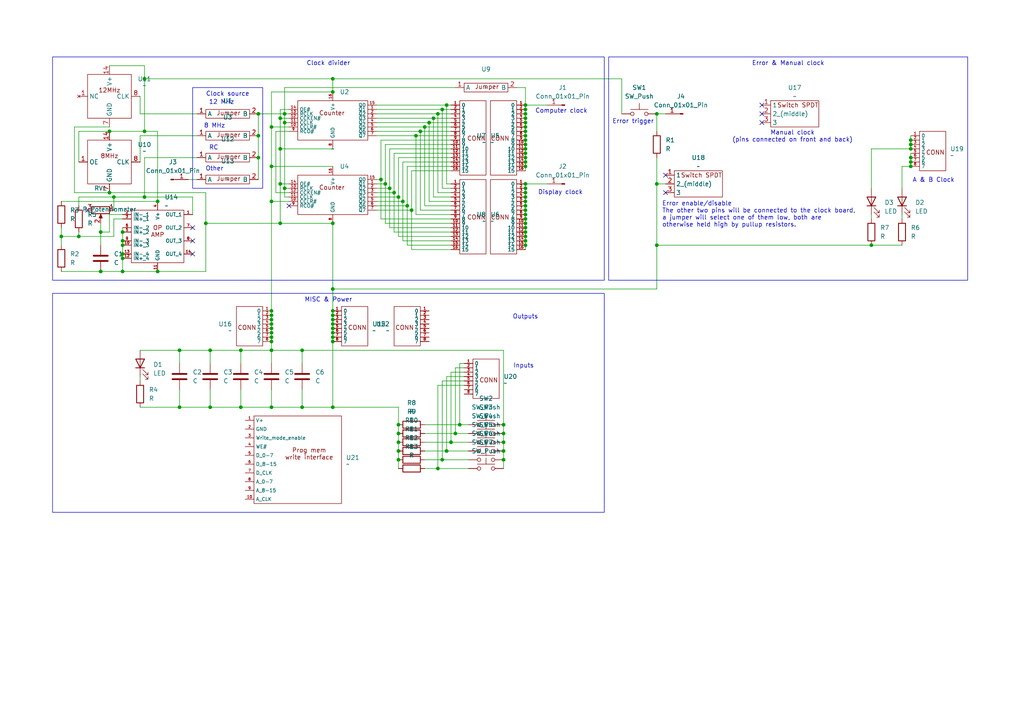
<source format=kicad_sch>
(kicad_sch (version 20231120) (generator "eeschema") (generator_version "8.0")
  (paper "A4")
  (lib_symbols
    (symbol "Connector:Conn_01x01_Pin" (pin_names (offset 1.016) hide)
      (property "Reference" "J" (at 0 2.54 0))
      (property "Value" "Conn_01x01_Pin" (at 0 -2.54 0))
      (symbol "Conn_01x01_Pin_1_1"
        (polyline (pts (xy 1.27 0) (xy 0.8636 0)) (stroke (width 0.1524)))
        (rectangle (start 0.8636 0.127) (end 0 -0.127) (stroke (width 0.1524)) (fill (type outline)))
        (pin passive line (at 5.08 0 180) (length 3.81) (name "Pin_1") (number "1"))
      )
    )
    (symbol "Device:C" (pin_numbers hide) (pin_names (offset 0.254))
      (property "Reference" "C" (at 0.635 2.54 0))
      (property "Value" "C" (at 0.635 -2.54 0))
      (symbol "C_0_1"
        (polyline (pts (xy -2.032 -0.762) (xy 2.032 -0.762)) (stroke (width 0.508)))
        (polyline (pts (xy -2.032 0.762) (xy 2.032 0.762)) (stroke (width 0.508)))
      )
      (symbol "C_1_1"
        (pin passive line (at 0 3.81 270) (length 2.794) (name "~") (number "1"))
        (pin passive line (at 0 -3.81 90) (length 2.794) (name "~") (number "2"))
      )
    )
    (symbol "Device:LED" (pin_numbers hide) (pin_names (offset 1.016) hide)
      (property "Reference" "D" (at 0 2.54 0))
      (property "Value" "LED" (at 0 -2.54 0))
      (symbol "LED_0_1"
        (polyline (pts (xy -1.27 -1.27) (xy -1.27 1.27)) (stroke (width 0.254)))
        (polyline (pts (xy -1.27 0) (xy 1.27 0)))
        (polyline (pts (xy 1.27 -1.27) (xy 1.27 1.27) (xy -1.27 0) (xy 1.27 -1.27)) (stroke (width 0.254)))
        (polyline (pts (xy -3.048 -0.762) (xy -4.572 -2.286) (xy -3.81 -2.286) (xy -4.572 -2.286) (xy -4.572 -1.524)))
        (polyline (pts (xy -1.778 -0.762) (xy -3.302 -2.286) (xy -2.54 -2.286) (xy -3.302 -2.286) (xy -3.302 -1.524)))
      )
      (symbol "LED_1_1"
        (pin passive line (at -3.81 0 0) (length 2.54) (name "K") (number "1"))
        (pin passive line (at 3.81 0 180) (length 2.54) (name "A") (number "2"))
      )
    )
    (symbol "Device:R" (pin_numbers hide) (pin_names (offset 0))
      (property "Reference" "R" (at 2.032 0 90))
      (property "Value" "R" (at 0 0 90))
      (symbol "R_0_1"
        (rectangle (start -1.016 -2.54) (end 1.016 2.54) (stroke (width 0.254)))
      )
      (symbol "R_1_1"
        (pin passive line (at 0 3.81 270) (length 1.27) (name "~") (number "1"))
        (pin passive line (at 0 -3.81 90) (length 1.27) (name "~") (number "2"))
      )
    )
    (symbol "Device:R_Potentiometer" (pin_names (offset 1.016) hide)
      (property "Reference" "RV" (at -4.445 0 90))
      (property "Value" "R_Potentiometer" (at -2.54 0 90))
      (symbol "R_Potentiometer_0_1"
        (polyline (pts (xy 2.54 0) (xy 1.524 0)))
        (polyline (pts (xy 1.143 0) (xy 2.286 0.508) (xy 2.286 -0.508) (xy 1.143 0)) (fill (type outline)))
        (rectangle (start 1.016 2.54) (end -1.016 -2.54) (stroke (width 0.254)))
      )
      (symbol "R_Potentiometer_1_1"
        (pin passive line (at 0 3.81 270) (length 1.27) (name "1") (number "1"))
        (pin passive line (at 3.81 0 180) (length 1.27) (name "2") (number "2"))
        (pin passive line (at 0 -3.81 90) (length 1.27) (name "3") (number "3"))
      )
    )
    (symbol "Switch:SW_Push" (pin_numbers hide) (pin_names (offset 1.016) hide)
      (property "Reference" "SW" (at 1.27 2.54 0))
      (property "Value" "SW_Push" (at 0 -1.524 0))
      (symbol "SW_Push_0_1"
        (circle (center -2.032 0) (radius 0.508))
        (polyline (pts (xy 0 1.27) (xy 0 3.048)))
        (polyline (pts (xy 2.54 1.27) (xy -2.54 1.27)))
        (circle (center 2.032 0) (radius 0.508))
        (pin passive line (at -5.08 0 0) (length 2.54) (name "1") (number "1"))
        (pin passive line (at 5.08 0 180) (length 2.54) (name "2") (number "2"))
      )
    )
    (symbol "custom_symbol_lib:8_bit_counter"
      (property "Reference" "U" (at 0 0.254 0))
      (symbol "8_bit_counter_0_1"
        (rectangle (start -10.16 6.35) (end 10.16 -5.08))
      )
      (symbol "8_bit_counter_1_1"
        (text "Counter" (at -0.254 2.794 0) (effects (font (size 1.27 1.27))))
        (pin output line (at 12.7 3.81 180) (length 2.54) (name "Q1") (number "1"))
        (pin input line (at -12.7 -1.27 0) (length 2.54) (name "CCLR#") (number "10"))
        (pin input line (at -12.7 0 0) (length 2.54) (name "CCLK") (number "11"))
        (pin input line (at -12.7 1.27 0) (length 2.54) (name "CCKEN#") (number "12"))
        (pin input line (at -12.7 2.54 0) (length 2.54) (name "RCLK") (number "13"))
        (pin input line (at -12.7 3.81 0) (length 2.54) (name "OE#") (number "14"))
        (pin output line (at 12.7 5.08 180) (length 2.54) (name "Q0") (number "15"))
        (pin power_in line (at 0 8.89 270) (length 2.54) (name "V+") (number "16"))
        (pin output line (at 12.7 2.54 180) (length 2.54) (name "Q2") (number "2"))
        (pin output line (at 12.7 1.27 180) (length 2.54) (name "Q3") (number "3"))
        (pin output line (at 12.7 0 180) (length 2.54) (name "Q4") (number "4"))
        (pin output line (at 12.7 -1.27 180) (length 2.54) (name "Q5") (number "5"))
        (pin output line (at 12.7 -2.54 180) (length 2.54) (name "Q6") (number "6"))
        (pin output line (at 12.7 -3.81 180) (length 2.54) (name "Q7") (number "7"))
        (pin power_in line (at 0 -7.62 90) (length 2.54) (name "GND") (number "8"))
        (pin output line (at -12.7 -2.54 0) (length 2.54) (name "RCO#") (number "9"))
      )
    )
    (symbol "custom_symbol_lib:OP_AMP_quad"
      (property "Reference" "U" (at -0.254 -2.54 0))
      (symbol "OP_AMP_quad_1_1"
        (rectangle (start -7.62 7.62) (end 7.62 -7.62))
        (text "OP\nAMP" (at 0 1.524 0) (effects (font (size 1.27 1.27))))
        (pin output line (at 10.16 6.35 180) (length 2.54) (name "OUT_1") (number "1"))
        (pin input line (at -10.16 -2.54 0) (length 2.54) (name "IN+_3") (number "10"))
        (pin power_in line (at 0 -10.16 90) (length 2.54) (name "GND") (number "11"))
        (pin input line (at -10.16 -6.35 0) (length 2.54) (name "IN+_4") (number "12"))
        (pin input line (at -10.16 -5.08 0) (length 2.54) (name "IN-_4") (number "13"))
        (pin output line (at 10.16 -5.08 180) (length 2.54) (name "OUT_4") (number "14"))
        (pin input line (at -10.16 6.35 0) (length 2.54) (name "IN-_1") (number "2"))
        (pin input line (at -10.16 5.08 0) (length 2.54) (name "IN+_1") (number "3"))
        (pin power_in line (at 0 10.16 270) (length 2.54) (name "V+") (number "4"))
        (pin input line (at -10.16 1.27 0) (length 2.54) (name "IN+_2") (number "5"))
        (pin input line (at -10.16 2.54 0) (length 2.54) (name "IN-_2") (number "6"))
        (pin output line (at 10.16 2.54 180) (length 2.54) (name "OUT_2") (number "7"))
        (pin output line (at 10.16 -1.27 180) (length 2.54) (name "OUT_3") (number "8"))
        (pin input line (at -10.16 -1.27 0) (length 2.54) (name "IN-_3") (number "9"))
      )
    )
    (symbol "custom_symbol_lib:clock_12_mhz"
      (property "Reference" "U" (at 0 0 0))
      (symbol "clock_12_mhz_0_1"
        (rectangle (start -6.35 6.35) (end 6.35 -6.35))
      )
      (symbol "clock_12_mhz_1_1"
        (text "12MHz" (at 0 1.778 0) (effects (font (size 1.27 1.27))))
        (pin no_connect line (at -8.89 0 0) (length 2.54) (name "NC") (number "1"))
        (pin power_in line (at 0 8.89 270) (length 2.54) (name "V+") (number "14"))
        (pin power_in line (at 0 -8.89 90) (length 2.54) (name "GND") (number "7"))
        (pin output line (at 8.89 0 180) (length 2.54) (name "CLK") (number "8"))
      )
    )
    (symbol "custom_symbol_lib:clock_8_mhz"
      (property "Reference" "U" (at 4.064 -4.064 0))
      (symbol "clock_8_mhz_0_1"
        (rectangle (start -6.35 6.35) (end 6.35 -6.35))
      )
      (symbol "clock_8_mhz_1_1"
        (text "8MHz" (at 0 1.778 0) (effects (font (size 1.27 1.27))))
        (pin input line (at -8.89 0 0) (length 2.54) (name "OE") (number "1"))
        (pin power_in line (at 0 8.89 270) (length 2.54) (name "V+") (number "14"))
        (pin power_in line (at 0 -8.89 90) (length 2.54) (name "GND") (number "7"))
        (pin output line (at 8.89 0 180) (length 2.54) (name "CLK") (number "8"))
      )
    )
    (symbol "custom_symbol_lib:connector_16_bit"
      (property "Reference" "U" (at 3.048 -2.032 0))
      (symbol "connector_16_bit_0_1"
        (rectangle (start -1.27 11.43) (end 6.35 -10.16))
      )
      (symbol "connector_16_bit_1_1"
        (text "CONN" (at 3.556 0.508 0) (effects (font (size 1.27 1.27))))
        (pin input line (at -3.81 10.16 0) (length 2.54) (name "0") (number "1"))
        (pin input line (at -3.81 -1.27 0) (length 2.54) (name "9") (number "10"))
        (pin input line (at -3.81 -2.54 0) (length 2.54) (name "10") (number "11"))
        (pin input line (at -3.81 -3.81 0) (length 2.54) (name "11") (number "12"))
        (pin input line (at -3.81 -5.08 0) (length 2.54) (name "12") (number "13"))
        (pin input line (at -3.81 -6.35 0) (length 2.54) (name "13") (number "14"))
        (pin input line (at -3.81 -7.62 0) (length 2.54) (name "14") (number "15"))
        (pin input line (at -3.81 -8.89 0) (length 2.54) (name "15") (number "16"))
        (pin input line (at -3.81 8.89 0) (length 2.54) (name "1") (number "2"))
        (pin input line (at -3.81 7.62 0) (length 2.54) (name "2") (number "3"))
        (pin input line (at -3.81 6.35 0) (length 2.54) (name "3") (number "4"))
        (pin input line (at -3.81 5.08 0) (length 2.54) (name "4") (number "5"))
        (pin input line (at -3.81 3.81 0) (length 2.54) (name "5") (number "6"))
        (pin input line (at -3.81 2.54 0) (length 2.54) (name "6") (number "7"))
        (pin input line (at -3.81 1.27 0) (length 2.54) (name "7") (number "8"))
        (pin input line (at -3.81 0 0) (length 2.54) (name "8") (number "9"))
      )
    )
    (symbol "custom_symbol_lib:connector_8_bit"
      (property "Reference" "U" (at 2.032 -2.032 0))
      (symbol "connector_8_bit_0_1"
        (rectangle (start -1.27 6.35) (end 6.35 -5.08))
      )
      (symbol "connector_8_bit_1_1"
        (text "CONN" (at 3.302 0.254 0) (effects (font (size 1.27 1.27))))
        (pin input line (at -3.81 5.08 0) (length 2.54) (name "0") (number "1"))
        (pin input line (at -3.81 3.81 0) (length 2.54) (name "1") (number "2"))
        (pin input line (at -3.81 2.54 0) (length 2.54) (name "2") (number "3"))
        (pin input line (at -3.81 1.27 0) (length 2.54) (name "3") (number "4"))
        (pin input line (at -3.81 0 0) (length 2.54) (name "4") (number "5"))
        (pin input line (at -3.81 -1.27 0) (length 2.54) (name "5") (number "6"))
        (pin input line (at -3.81 -2.54 0) (length 2.54) (name "6") (number "7"))
        (pin input line (at -3.81 -3.81 0) (length 2.54) (name "7") (number "8"))
      )
    )
    (symbol "custom_symbol_lib:jumper_simple"
      (property "Reference" "U" (at 7.366 -1.27 0))
      (symbol "jumper_simple_1_1"
        (rectangle (start -6.35 1.27) (end 6.35 -1.27))
        (text "Jumper" (at 0.254 0.254 0) (effects (font (size 1.27 1.27))))
        (pin bidirectional line (at -8.89 0 0) (length 2.54) (name "A") (number "1"))
        (pin bidirectional line (at 8.89 0 180) (length 2.54) (name "B") (number "2"))
      )
    )
    (symbol "custom_symbol_lib:prog_mem_interface_write"
      (property "Reference" "U" (at 2.794 -2.032 0))
      (symbol "prog_mem_interface_write_0_1"
        (rectangle (start -12.7 12.7) (end 12.7 -12.7))
      )
      (symbol "prog_mem_interface_write_1_1"
        (text "Prog mem\nwrite interface" (at 3.302 1.778 0) (effects (font (size 1.27 1.27))))
        (pin power_in line (at -15.24 11.43 0) (length 2.54) (name "V+") (number "1"))
        (pin input line (at -15.24 -11.43 0) (length 2.54) (name "A_CLK") (number "10"))
        (pin power_in line (at -15.24 8.89 0) (length 2.54) (name "GND") (number "2"))
        (pin input line (at -15.24 6.35 0) (length 2.54) (name "Write_mode_enable") (number "3"))
        (pin input line (at -15.24 3.81 0) (length 2.54) (name "WE#") (number "4"))
        (pin input line (at -15.24 1.27 0) (length 2.54) (name "D_0-7") (number "5"))
        (pin input line (at -15.24 -1.27 0) (length 2.54) (name "D_8-15") (number "6"))
        (pin input line (at -15.24 -3.81 0) (length 2.54) (name "D_CLK") (number "7"))
        (pin input line (at -15.24 -6.35 0) (length 2.54) (name "A_0-7") (number "8"))
        (pin input line (at -15.24 -8.89 0) (length 2.54) (name "A_8-15") (number "9"))
      )
    )
    (symbol "custom_symbol_lib:switch_SPDT"
      (property "Reference" "U" (at 0.508 -2.54 0))
      (symbol "switch_SPDT_0_1"
        (rectangle (start -6.35 3.81) (end 7.62 -3.81))
      )
      (symbol "switch_SPDT_1_1"
        (text "Switch SPDT" (at -0.254 2.54 0) (effects (font (size 1.27 1.27))))
        (pin bidirectional line (at 10.16 2.54 180) (length 2.54) (name "1") (number "1"))
        (pin output line (at 10.16 0 180) (length 2.54) (name "2_(middle)") (number "2"))
        (pin bidirectional line (at 10.16 -2.54 180) (length 2.54) (name "3") (number "3"))
      )
    )
  )
  (junction (at 60.96 101.6))
  (junction (at 152.4 57.15))
  (junction (at 59.69 64.77))
  (junction (at 29.21 78.74))
  (junction (at 35.56 69.85))
  (junction (at 45.72 78.74))
  (junction (at 113.03 54.61))
  (junction (at 74.93 45.72))
  (junction (at 35.56 67.31))
  (junction (at 78.74 97.79))
  (junction (at 129.54 30.48))
  (junction (at 264.16 48.26))
  (junction (at 78.74 101.6))
  (junction (at 152.4 60.96))
  (junction (at 52.07 101.6))
  (junction (at 252.73 71.12))
  (junction (at 146.05 133.35))
  (junction (at 152.4 36.83))
  (junction (at 82.55 33.02))
  (junction (at 264.16 41.91))
  (junction (at 123.19 36.83))
  (junction (at 41.91 38.1))
  (junction (at 41.91 57.15))
  (junction (at 152.4 59.69))
  (junction (at 110.49 52.07))
  (junction (at 96.52 22.86))
  (junction (at 45.72 58.42))
  (junction (at 82.55 54.61))
  (junction (at 152.4 64.77))
  (junction (at 78.74 96.52))
  (junction (at 119.38 60.96))
  (junction (at 96.52 95.25))
  (junction (at 190.5 53.34))
  (junction (at 115.57 57.15))
  (junction (at 190.5 33.02))
  (junction (at 74.93 33.02))
  (junction (at 115.57 123.19))
  (junction (at 81.28 53.34))
  (junction (at 96.52 91.44))
  (junction (at 152.4 41.91))
  (junction (at 82.55 35.56))
  (junction (at 35.56 74.93))
  (junction (at 152.4 58.42))
  (junction (at 78.74 99.06))
  (junction (at 152.4 38.1))
  (junction (at 96.52 97.79))
  (junction (at 152.4 67.31))
  (junction (at 152.4 31.75))
  (junction (at 78.74 118.11))
  (junction (at 41.91 22.86))
  (junction (at 152.4 62.23))
  (junction (at 132.08 125.73))
  (junction (at 78.74 90.17))
  (junction (at 152.4 44.45))
  (junction (at 133.35 123.19))
  (junction (at 22.86 68.58))
  (junction (at 78.74 58.42))
  (junction (at 152.4 33.02))
  (junction (at 78.74 36.83))
  (junction (at 78.74 95.25))
  (junction (at 152.4 34.29))
  (junction (at 152.4 45.72))
  (junction (at 60.96 118.11))
  (junction (at 152.4 35.56))
  (junction (at 152.4 68.58))
  (junction (at 146.05 125.73))
  (junction (at 152.4 54.61))
  (junction (at 35.56 78.74))
  (junction (at 190.5 71.12))
  (junction (at 120.65 39.37))
  (junction (at 146.05 130.81))
  (junction (at 264.16 43.18))
  (junction (at 78.74 92.71))
  (junction (at 29.21 67.31))
  (junction (at 78.74 93.98))
  (junction (at 129.54 130.81))
  (junction (at 96.52 90.17))
  (junction (at 96.52 118.11))
  (junction (at 152.4 69.85))
  (junction (at 152.4 63.5))
  (junction (at 87.63 118.11))
  (junction (at 114.3 55.88))
  (junction (at 264.16 45.72))
  (junction (at 31.75 38.1))
  (junction (at 152.4 66.04))
  (junction (at 87.63 101.6))
  (junction (at 128.27 133.35))
  (junction (at 125.73 34.29))
  (junction (at 264.16 46.99))
  (junction (at 152.4 55.88))
  (junction (at 96.52 93.98))
  (junction (at 96.52 92.71))
  (junction (at 74.93 39.37))
  (junction (at 17.78 68.58))
  (junction (at 115.57 125.73))
  (junction (at 115.57 133.35))
  (junction (at 81.28 64.77))
  (junction (at 69.85 118.11))
  (junction (at 152.4 48.26))
  (junction (at 121.92 38.1))
  (junction (at 118.11 59.69))
  (junction (at 69.85 101.6))
  (junction (at 152.4 71.12))
  (junction (at 127 135.89))
  (junction (at 96.52 99.06))
  (junction (at 96.52 96.52))
  (junction (at 127 33.02))
  (junction (at 96.52 26.67))
  (junction (at 78.74 48.26))
  (junction (at 31.75 55.88))
  (junction (at 115.57 130.81))
  (junction (at 96.52 64.77))
  (junction (at 35.56 73.66))
  (junction (at 152.4 46.99))
  (junction (at 152.4 43.18))
  (junction (at 78.74 91.44))
  (junction (at 96.52 83.82))
  (junction (at 81.28 43.18))
  (junction (at 152.4 30.48))
  (junction (at 124.46 35.56))
  (junction (at 152.4 39.37))
  (junction (at 81.28 34.29))
  (junction (at 146.05 128.27))
  (junction (at 152.4 53.34))
  (junction (at 35.56 71.12))
  (junction (at 115.57 128.27))
  (junction (at 130.81 128.27))
  (junction (at 128.27 31.75))
  (junction (at 33.02 57.15))
  (junction (at 264.16 40.64))
  (junction (at 111.76 53.34))
  (junction (at 52.07 118.11))
  (junction (at 152.4 40.64))
  (junction (at 146.05 123.19))
  (junction (at 116.84 58.42))
  (no_connect (at 55.88 73.66))
  (no_connect (at 55.88 66.04))
  (no_connect (at 193.04 50.8))
  (no_connect (at 220.98 35.56))
  (no_connect (at 55.88 69.85))
  (no_connect (at 220.98 30.48))
  (no_connect (at 83.82 59.69))
  (no_connect (at 25.4 60.96))
  (no_connect (at 193.04 55.88))
  (no_connect (at 220.98 33.02))
  (wire (pts (xy 69.85 118.11) (xy 78.74 118.11)))
  (wire (pts (xy 60.96 118.11) (xy 69.85 118.11)))
  (wire (pts (xy 78.74 26.67) (xy 96.52 26.67)))
  (wire (pts (xy 130.81 45.72) (xy 115.57 45.72)))
  (wire (pts (xy 152.4 60.96) (xy 152.4 62.23)))
  (wire (pts (xy 41.91 19.05) (xy 31.75 19.05)))
  (wire (pts (xy 123.19 135.89) (xy 127 135.89)))
  (wire (pts (xy 130.81 58.42) (xy 124.46 58.42)))
  (wire (pts (xy 96.52 64.77) (xy 96.52 83.82)))
  (wire (pts (xy 31.75 36.83) (xy 21.59 36.83)))
  (wire (pts (xy 120.65 39.37) (xy 130.81 39.37)))
  (wire (pts (xy 152.4 59.69) (xy 152.4 60.96)))
  (wire (pts (xy 111.76 53.34) (xy 111.76 64.77)))
  (wire (pts (xy 78.74 113.03) (xy 78.74 118.11)))
  (wire (pts (xy 130.81 48.26) (xy 118.11 48.26)))
  (wire (pts (xy 22.86 67.31) (xy 22.86 68.58)))
  (wire (pts (xy 40.64 39.37) (xy 40.64 46.99)))
  (wire (pts (xy 261.62 62.23) (xy 261.62 63.5)))
  (wire (pts (xy 128.27 110.49) (xy 134.62 110.49)))
  (wire (pts (xy 118.11 71.12) (xy 118.11 59.69)))
  (wire (pts (xy 80.01 38.1) (xy 80.01 55.88)))
  (wire (pts (xy 152.4 44.45) (xy 152.4 45.72)))
  (wire (pts (xy 130.81 40.64) (xy 110.49 40.64)))
  (wire (pts (xy 123.19 128.27) (xy 130.81 128.27)))
  (wire (pts (xy 135.89 135.89) (xy 127 135.89)))
  (wire (pts (xy 115.57 130.81) (xy 115.57 128.27)))
  (wire (pts (xy 31.75 55.88) (xy 59.69 55.88)))
  (wire (pts (xy 129.54 53.34) (xy 129.54 30.48)))
  (wire (pts (xy 80.01 55.88) (xy 83.82 55.88)))
  (wire (pts (xy 22.86 57.15) (xy 33.02 57.15)))
  (wire (pts (xy 114.3 55.88) (xy 114.3 67.31)))
  (wire (pts (xy 116.84 58.42) (xy 116.84 46.99)))
  (wire (pts (xy 78.74 95.25) (xy 78.74 96.52)))
  (wire (pts (xy 96.52 43.18) (xy 81.28 43.18)))
  (wire (pts (xy 130.81 53.34) (xy 129.54 53.34)))
  (wire (pts (xy 118.11 48.26) (xy 118.11 59.69)))
  (wire (pts (xy 132.08 106.68) (xy 134.62 106.68)))
  (wire (pts (xy 35.56 78.74) (xy 45.72 78.74)))
  (wire (pts (xy 152.4 40.64) (xy 152.4 41.91)))
  (wire (pts (xy 82.55 35.56) (xy 83.82 35.56)))
  (wire (pts (xy 152.4 45.72) (xy 152.4 46.99)))
  (wire (pts (xy 109.22 38.1) (xy 121.92 38.1)))
  (wire (pts (xy 41.91 57.15) (xy 55.88 57.15)))
  (wire (pts (xy 146.05 133.35) (xy 146.05 130.81)))
  (wire (pts (xy 109.22 36.83) (xy 123.19 36.83)))
  (wire (pts (xy 83.82 58.42) (xy 78.74 58.42)))
  (wire (pts (xy 57.15 39.37) (xy 40.64 39.37)))
  (wire (pts (xy 74.93 33.02) (xy 74.93 39.37)))
  (wire (pts (xy 127 55.88) (xy 127 33.02)))
  (wire (pts (xy 124.46 35.56) (xy 130.81 35.56)))
  (wire (pts (xy 59.69 64.77) (xy 59.69 78.74)))
  (wire (pts (xy 152.4 25.4) (xy 149.86 25.4)))
  (wire (pts (xy 120.65 62.23) (xy 130.81 62.23)))
  (wire (pts (xy 96.52 83.82) (xy 190.5 83.82)))
  (wire (pts (xy 135.89 123.19) (xy 133.35 123.19)))
  (wire (pts (xy 78.74 58.42) (xy 78.74 48.26)))
  (wire (pts (xy 96.52 99.06) (xy 96.52 118.11)))
  (wire (pts (xy 116.84 58.42) (xy 116.84 69.85)))
  (wire (pts (xy 115.57 45.72) (xy 115.57 57.15)))
  (wire (pts (xy 180.34 33.02) (xy 180.34 22.86)))
  (wire (pts (xy 74.93 39.37) (xy 74.93 45.72)))
  (wire (pts (xy 116.84 46.99) (xy 130.81 46.99)))
  (wire (pts (xy 264.16 40.64) (xy 264.16 41.91)))
  (wire (pts (xy 111.76 53.34) (xy 111.76 41.91)))
  (wire (pts (xy 114.3 44.45) (xy 130.81 44.45)))
  (wire (pts (xy 119.38 60.96) (xy 119.38 49.53)))
  (wire (pts (xy 35.56 66.04) (xy 35.56 67.31)))
  (wire (pts (xy 109.22 58.42) (xy 116.84 58.42)))
  (wire (pts (xy 35.56 73.66) (xy 35.56 74.93)))
  (wire (pts (xy 81.28 53.34) (xy 83.82 53.34)))
  (wire (pts (xy 190.5 71.12) (xy 190.5 83.82)))
  (wire (pts (xy 130.81 63.5) (xy 110.49 63.5)))
  (wire (pts (xy 57.15 33.02) (xy 40.64 33.02)))
  (wire (pts (xy 190.5 53.34) (xy 190.5 71.12)))
  (wire (pts (xy 41.91 22.86) (xy 96.52 22.86)))
  (wire (pts (xy 115.57 57.15) (xy 109.22 57.15)))
  (wire (pts (xy 152.4 30.48) (xy 152.4 31.75)))
  (wire (pts (xy 109.22 33.02) (xy 127 33.02)))
  (wire (pts (xy 78.74 99.06) (xy 78.74 101.6)))
  (wire (pts (xy 152.4 57.15) (xy 152.4 58.42)))
  (wire (pts (xy 111.76 41.91) (xy 130.81 41.91)))
  (wire (pts (xy 123.19 130.81) (xy 129.54 130.81)))
  (wire (pts (xy 41.91 22.86) (xy 41.91 19.05)))
  (wire (pts (xy 264.16 46.99) (xy 264.16 48.26)))
  (wire (pts (xy 152.4 35.56) (xy 152.4 36.83)))
  (wire (pts (xy 96.52 99.06) (xy 96.52 97.79)))
  (wire (pts (xy 78.74 92.71) (xy 78.74 91.44)))
  (wire (pts (xy 146.05 135.89) (xy 146.05 133.35)))
  (wire (pts (xy 35.56 63.5) (xy 33.02 63.5)))
  (wire (pts (xy 83.82 33.02) (xy 82.55 33.02)))
  (wire (pts (xy 83.82 54.61) (xy 82.55 54.61)))
  (wire (pts (xy 60.96 101.6) (xy 60.96 105.41)))
  (wire (pts (xy 35.56 71.12) (xy 35.56 73.66)))
  (wire (pts (xy 125.73 57.15) (xy 130.81 57.15)))
  (wire (pts (xy 127 111.76) (xy 134.62 111.76)))
  (wire (pts (xy 261.62 48.26) (xy 264.16 48.26)))
  (wire (pts (xy 78.74 101.6) (xy 78.74 105.41)))
  (wire (pts (xy 113.03 54.61) (xy 109.22 54.61)))
  (wire (pts (xy 96.52 118.11) (xy 87.63 118.11)))
  (wire (pts (xy 252.73 71.12) (xy 261.62 71.12)))
  (wire (pts (xy 264.16 41.91) (xy 264.16 43.18)))
  (wire (pts (xy 152.4 34.29) (xy 152.4 35.56)))
  (wire (pts (xy 130.81 60.96) (xy 121.92 60.96)))
  (wire (pts (xy 124.46 58.42) (xy 124.46 35.56)))
  (wire (pts (xy 17.78 58.42) (xy 45.72 58.42)))
  (wire (pts (xy 252.73 43.18) (xy 264.16 43.18)))
  (wire (pts (xy 109.22 60.96) (xy 119.38 60.96)))
  (wire (pts (xy 96.52 90.17) (xy 96.52 91.44)))
  (wire (pts (xy 110.49 63.5) (xy 110.49 52.07)))
  (wire (pts (xy 113.03 43.18) (xy 113.03 54.61)))
  (wire (pts (xy 129.54 109.22) (xy 129.54 130.81)))
  (wire (pts (xy 87.63 105.41) (xy 87.63 101.6)))
  (wire (pts (xy 17.78 78.74) (xy 29.21 78.74)))
  (wire (pts (xy 21.59 55.88) (xy 31.75 55.88)))
  (wire (pts (xy 109.22 35.56) (xy 124.46 35.56)))
  (wire (pts (xy 190.5 45.72) (xy 190.5 53.34)))
  (wire (pts (xy 121.92 38.1) (xy 130.81 38.1)))
  (wire (pts (xy 59.69 55.88) (xy 59.69 64.77)))
  (wire (pts (xy 119.38 49.53) (xy 130.81 49.53)))
  (wire (pts (xy 52.07 118.11) (xy 60.96 118.11)))
  (wire (pts (xy 22.86 68.58) (xy 17.78 68.58)))
  (wire (pts (xy 22.86 68.58) (xy 33.02 68.58)))
  (wire (pts (xy 31.75 38.1) (xy 41.91 38.1)))
  (wire (pts (xy 110.49 40.64) (xy 110.49 52.07)))
  (wire (pts (xy 133.35 105.41) (xy 134.62 105.41)))
  (wire (pts (xy 130.81 55.88) (xy 127 55.88)))
  (wire (pts (xy 129.54 109.22) (xy 134.62 109.22)))
  (wire (pts (xy 152.4 55.88) (xy 152.4 57.15)))
  (wire (pts (xy 127 135.89) (xy 127 111.76)))
  (wire (pts (xy 69.85 101.6) (xy 69.85 105.41)))
  (wire (pts (xy 190.5 33.02) (xy 193.04 33.02)))
  (wire (pts (xy 158.75 30.48) (xy 152.4 30.48)))
  (wire (pts (xy 146.05 130.81) (xy 146.05 128.27)))
  (wire (pts (xy 130.81 66.04) (xy 113.03 66.04)))
  (wire (pts (xy 120.65 39.37) (xy 120.65 62.23)))
  (wire (pts (xy 115.57 68.58) (xy 115.57 57.15)))
  (wire (pts (xy 135.89 133.35) (xy 128.27 133.35)))
  (wire (pts (xy 96.52 92.71) (xy 96.52 93.98)))
  (wire (pts (xy 78.74 118.11) (xy 87.63 118.11)))
  (wire (pts (xy 82.55 33.02) (xy 82.55 35.56)))
  (wire (pts (xy 78.74 48.26) (xy 78.74 36.83)))
  (wire (pts (xy 74.93 45.72) (xy 74.93 52.07)))
  (wire (pts (xy 123.19 59.69) (xy 130.81 59.69)))
  (wire (pts (xy 123.19 36.83) (xy 130.81 36.83)))
  (wire (pts (xy 74.93 33.02) (xy 82.55 33.02)))
  (wire (pts (xy 82.55 54.61) (xy 82.55 57.15)))
  (wire (pts (xy 52.07 113.03) (xy 52.07 118.11)))
  (wire (pts (xy 125.73 34.29) (xy 125.73 57.15)))
  (wire (pts (xy 81.28 31.75) (xy 81.28 34.29)))
  (wire (pts (xy 152.4 38.1) (xy 152.4 39.37)))
  (wire (pts (xy 152.4 68.58) (xy 152.4 69.85)))
  (wire (pts (xy 190.5 53.34) (xy 193.04 53.34)))
  (wire (pts (xy 113.03 66.04) (xy 113.03 54.61)))
  (wire (pts (xy 78.74 36.83) (xy 83.82 36.83)))
  (wire (pts (xy 152.4 46.99) (xy 152.4 48.26)))
  (wire (pts (xy 35.56 67.31) (xy 35.56 69.85)))
  (wire (pts (xy 152.4 54.61) (xy 152.4 55.88)))
  (wire (pts (xy 114.3 55.88) (xy 114.3 44.45)))
  (wire (pts (xy 115.57 133.35) (xy 115.57 130.81)))
  (wire (pts (xy 128.27 54.61) (xy 130.81 54.61)))
  (wire (pts (xy 118.11 59.69) (xy 109.22 59.69)))
  (wire (pts (xy 127 33.02) (xy 130.81 33.02)))
  (wire (pts (xy 252.73 62.23) (xy 252.73 63.5)))
  (wire (pts (xy 132.08 25.4) (xy 82.55 25.4)))
  (wire (pts (xy 81.28 53.34) (xy 81.28 64.77)))
  (wire (pts (xy 130.81 107.95) (xy 134.62 107.95)))
  (wire (pts (xy 152.4 58.42) (xy 152.4 59.69)))
  (wire (pts (xy 130.81 43.18) (xy 113.03 43.18)))
  (wire (pts (xy 180.34 22.86) (xy 96.52 22.86)))
  (wire (pts (xy 41.91 38.1) (xy 41.91 22.86)))
  (wire (pts (xy 152.4 63.5) (xy 152.4 64.77)))
  (wire (pts (xy 60.96 101.6) (xy 52.07 101.6)))
  (wire (pts (xy 132.08 125.73) (xy 135.89 125.73)))
  (wire (pts (xy 54.61 52.07) (xy 57.15 52.07)))
  (wire (pts (xy 123.19 125.73) (xy 132.08 125.73)))
  (wire (pts (xy 152.4 30.48) (xy 152.4 25.4)))
  (wire (pts (xy 45.72 38.1) (xy 41.91 38.1)))
  (wire (pts (xy 78.74 93.98) (xy 78.74 95.25)))
  (wire (pts (xy 96.52 96.52) (xy 96.52 97.79)))
  (wire (pts (xy 83.82 38.1) (xy 80.01 38.1)))
  (wire (pts (xy 81.28 43.18) (xy 81.28 53.34)))
  (wire (pts (xy 121.92 60.96) (xy 121.92 38.1)))
  (wire (pts (xy 31.75 62.23) (xy 31.75 67.31)))
  (wire (pts (xy 52.07 101.6) (xy 52.07 105.41)))
  (wire (pts (xy 130.81 128.27) (xy 130.81 107.95)))
  (wire (pts (xy 96.52 93.98) (xy 96.52 95.25)))
  (wire (pts (xy 119.38 60.96) (xy 119.38 72.39)))
  (wire (pts (xy 35.56 69.85) (xy 35.56 71.12)))
  (wire (pts (xy 129.54 30.48) (xy 130.81 30.48)))
  (wire (pts (xy 152.4 66.04) (xy 152.4 67.31)))
  (wire (pts (xy 111.76 64.77) (xy 130.81 64.77)))
  (wire (pts (xy 123.19 133.35) (xy 128.27 133.35)))
  (wire (pts (xy 152.4 31.75) (xy 152.4 33.02)))
  (wire (pts (xy 133.35 123.19) (xy 133.35 105.41)))
  (wire (pts (xy 115.57 128.27) (xy 115.57 125.73)))
  (wire (pts (xy 109.22 31.75) (xy 128.27 31.75)))
  (wire (pts (xy 78.74 93.98) (xy 78.74 92.71)))
  (wire (pts (xy 33.02 63.5) (xy 33.02 68.58)))
  (wire (pts (xy 45.72 78.74) (xy 59.69 78.74)))
  (wire (pts (xy 78.74 91.44) (xy 78.74 90.17)))
  (wire (pts (xy 252.73 54.61) (xy 252.73 43.18)))
  (wire (pts (xy 109.22 39.37) (xy 120.65 39.37)))
  (wire (pts (xy 152.4 48.26) (xy 152.4 49.53)))
  (wire (pts (xy 96.52 96.52) (xy 96.52 95.25)))
  (wire (pts (xy 132.08 106.68) (xy 132.08 125.73)))
  (wire (pts (xy 128.27 31.75) (xy 128.27 54.61)))
  (wire (pts (xy 33.02 57.15) (xy 33.02 60.96)))
  (wire (pts (xy 146.05 123.19) (xy 146.05 101.6)))
  (wire (pts (xy 96.52 91.44) (xy 96.52 92.71)))
  (wire (pts (xy 152.4 33.02) (xy 152.4 34.29)))
  (wire (pts (xy 41.91 45.72) (xy 41.91 57.15)))
  (wire (pts (xy 45.72 58.42) (xy 45.72 38.1)))
  (wire (pts (xy 152.4 41.91) (xy 152.4 43.18)))
  (wire (pts (xy 115.57 125.73) (xy 115.57 123.19)))
  (wire (pts (xy 123.19 36.83) (xy 123.19 59.69)))
  (wire (pts (xy 264.16 45.72) (xy 264.16 46.99)))
  (wire (pts (xy 69.85 101.6) (xy 60.96 101.6)))
  (wire (pts (xy 152.4 36.83) (xy 152.4 38.1)))
  (wire (pts (xy 96.52 22.86) (xy 96.52 26.67)))
  (wire (pts (xy 152.4 53.34) (xy 152.4 54.61)))
  (wire (pts (xy 152.4 69.85) (xy 152.4 71.12)))
  (wire (pts (xy 78.74 58.42) (xy 78.74 90.17)))
  (wire (pts (xy 22.86 46.99) (xy 22.86 38.1)))
  (wire (pts (xy 78.74 99.06) (xy 78.74 97.79)))
  (wire (pts (xy 78.74 101.6) (xy 87.63 101.6)))
  (wire (pts (xy 152.4 62.23) (xy 152.4 63.5)))
  (wire (pts (xy 40.64 109.22) (xy 40.64 110.49)))
  (wire (pts (xy 81.28 64.77) (xy 96.52 64.77)))
  (wire (pts (xy 115.57 123.19) (xy 115.57 118.11)))
  (wire (pts (xy 146.05 128.27) (xy 146.05 125.73)))
  (wire (pts (xy 78.74 48.26) (xy 96.52 48.26)))
  (wire (pts (xy 152.4 43.18) (xy 152.4 44.45)))
  (wire (pts (xy 21.59 36.83) (xy 21.59 55.88)))
  (wire (pts (xy 119.38 72.39) (xy 130.81 72.39)))
  (wire (pts (xy 82.55 25.4) (xy 82.55 33.02)))
  (wire (pts (xy 130.81 71.12) (xy 118.11 71.12)))
  (wire (pts (xy 152.4 71.12) (xy 152.4 72.39)))
  (wire (pts (xy 152.4 64.77) (xy 152.4 66.04)))
  (wire (pts (xy 116.84 69.85) (xy 130.81 69.85)))
  (wire (pts (xy 115.57 135.89) (xy 115.57 133.35)))
  (wire (pts (xy 261.62 54.61) (xy 261.62 48.26)))
  (wire (pts (xy 123.19 123.19) (xy 133.35 123.19)))
  (wire (pts (xy 82.55 35.56) (xy 82.55 54.61)))
  (wire (pts (xy 55.88 62.23) (xy 55.88 57.15)))
  (wire (pts (xy 69.85 113.03) (xy 69.85 118.11)))
  (wire (pts (xy 83.82 31.75) (xy 81.28 31.75)))
  (wire (pts (xy 135.89 128.27) (xy 130.81 128.27)))
  (wire (pts (xy 82.55 57.15) (xy 83.82 57.15)))
  (wire (pts (xy 81.28 34.29) (xy 83.82 34.29)))
  (wire (pts (xy 115.57 118.11) (xy 96.52 118.11)))
  (wire (pts (xy 152.4 39.37) (xy 152.4 40.64)))
  (wire (pts (xy 22.86 57.15) (xy 22.86 59.69)))
  (wire (pts (xy 264.16 44.45) (xy 264.16 45.72)))
  (wire (pts (xy 114.3 67.31) (xy 130.81 67.31)))
  (wire (pts (xy 17.78 68.58) (xy 17.78 71.12)))
  (wire (pts (xy 29.21 78.74) (xy 35.56 78.74)))
  (wire (pts (xy 125.73 34.29) (xy 130.81 34.29)))
  (wire (pts (xy 96.52 83.82) (xy 96.52 90.17)))
  (wire (pts (xy 22.86 38.1) (xy 31.75 38.1)))
  (wire (pts (xy 78.74 36.83) (xy 78.74 26.67)))
  (wire (pts (xy 87.63 118.11) (xy 87.63 113.03)))
  (wire (pts (xy 29.21 64.77) (xy 29.21 67.31)))
  (wire (pts (xy 17.78 66.04) (xy 17.78 68.58)))
  (wire (pts (xy 190.5 33.02) (xy 190.5 38.1)))
  (wire (pts (xy 35.56 74.93) (xy 35.56 78.74)))
  (wire (pts (xy 128.27 133.35) (xy 128.27 110.49)))
  (wire (pts (xy 128.27 31.75) (xy 130.81 31.75)))
  (wire (pts (xy 78.74 97.79) (xy 78.74 96.52)))
  (wire (pts (xy 40.64 118.11) (xy 52.07 118.11)))
  (wire (pts (xy 57.15 45.72) (xy 41.91 45.72)))
  (wire (pts (xy 33.02 57.15) (xy 41.91 57.15)))
  (wire (pts (xy 146.05 125.73) (xy 146.05 123.19)))
  (wire (pts (xy 40.64 33.02) (xy 40.64 27.94)))
  (wire (pts (xy 190.5 71.12) (xy 252.73 71.12)))
  (wire (pts (xy 81.28 34.29) (xy 81.28 43.18)))
  (wire (pts (xy 78.74 101.6) (xy 69.85 101.6)))
  (wire (pts (xy 35.56 62.23) (xy 31.75 62.23)))
  (wire (pts (xy 264.16 39.37) (xy 264.16 40.64)))
  (wire (pts (xy 109.22 30.48) (xy 129.54 30.48)))
  (wire (pts (xy 60.96 113.03) (xy 60.96 118.11)))
  (wire (pts (xy 109.22 34.29) (xy 125.73 34.29)))
  (wire (pts (xy 109.22 55.88) (xy 114.3 55.88)))
  (wire (pts (xy 110.49 52.07) (xy 109.22 52.07)))
  (wire (pts (xy 129.54 130.81) (xy 135.89 130.81)))
  (wire (pts (xy 146.05 101.6) (xy 87.63 101.6)))
  (wire (pts (xy 158.75 53.34) (xy 152.4 53.34)))
  (wire (pts (xy 152.4 67.31) (xy 152.4 68.58)))
  (wire (pts (xy 29.21 67.31) (xy 29.21 71.12)))
  (wire (pts (xy 31.75 67.31) (xy 29.21 67.31)))
  (wire (pts (xy 130.81 68.58) (xy 115.57 68.58)))
  (wire (pts (xy 52.07 101.6) (xy 40.64 101.6)))
  (wire (pts (xy 59.69 64.77) (xy 81.28 64.77)))
  (wire (pts (xy 109.22 53.34) (xy 111.76 53.34)))
  (text_box "Error & Manual clock" (at 176.53 16.51 0) (size 104.14 64.77) (effects (font (size 1.27 1.27)) (justify top)))
  (text_box "MISC & Power" (at 15.24 85.09 0) (size 160.02 63.5) (effects (font (size 1.27 1.27)) (justify top)))
  (text_box "Clock divider" (at 15.24 16.51 0) (size 160.02 64.77) (effects (font (size 1.27 1.27)) (justify top)))
  (text_box "Clock source" (at 55.88 25.4 0) (size 20.32 29.21) (effects (font (size 1.27 1.27)) (justify top)))
  (text "Outputs" (at 152.4 91.948 0) (effects (font (size 1.27 1.27))))
  (text "12 MHz" (at 64.262 29.718 0) (effects (font (size 1.27 1.27))))
  (text "Error enable/disable\nThe other two pins will be connected to the clock board,\na jumper will select one of them low, both are\notherwise held high by pullup resistors." (at 192.024 62.23 0) (effects (font (size 1.27 1.27)) (justify left)))
  (text "Other" (at 62.23 49.022 0) (effects (font (size 1.27 1.27))))
  (text "Display clock" (at 162.56 55.88 0) (effects (font (size 1.27 1.27))))
  (text "Computer clock" (at 162.814 32.258 0) (effects (font (size 1.27 1.27))))
  (text "8 MHz" (at 62.23 36.576 0) (effects (font (size 1.27 1.27))))
  (text "Manual clock\n(pins connected on front and back)" (at 229.87 39.624 0) (effects (font (size 1.27 1.27))))
  (text "Error trigger" (at 183.642 35.306 0) (effects (font (size 1.27 1.27))))
  (text "Inputs" (at 151.892 106.172 0) (effects (font (size 1.27 1.27))))
  (text "A & B Clock" (at 270.764 52.324 0) (effects (font (size 1.27 1.27))))
  (text "RC" (at 61.976 42.926 0) (effects (font (size 1.27 1.27))))
  (symbol (lib_id "Device:R") (at 17.78 62.23 0) (unit 1)
    (property "Reference" "R3" (at 20.32 60.9599 0) (effects (justify left)))
    (property "Value" "R" (at 20.32 63.4999 0) (effects (justify left)))
    (property "Footprint" "custom_footprint_library:0.4_pitch_resistor" (effects (hide yes)))
    (property "Description" "Resistor" (effects (hide yes)))
  )
  (symbol (lib_id "Device:R") (at 40.64 114.3 0) (unit 1)
    (property "Reference" "R4" (at 43.18 113.0299 0) (effects (justify left)))
    (property "Value" "R" (at 43.18 115.5699 0) (effects (justify left)))
    (property "Footprint" "custom_footprint_library:0.4_pitch_resistor" (effects (hide yes)))
    (property "Description" "Resistor" (effects (hide yes)))
  )
  (symbol (lib_id "custom_symbol_lib:connector_8_bit") (at 138.43 110.49 0) (unit 1)
    (property "Reference" "U20" (at 146.05 109.2199 0) (effects (justify left)))
    (property "Value" "~" (at 146.05 111.125 0) (effects (justify left)))
    (property "Footprint" "Connector_PinHeader_2.54mm:PinHeader_1x08_P2.54mm_Vertical" (effects (hide yes)))
  )
  (symbol (lib_id "custom_symbol_lib:clock_8_mhz") (at 31.75 46.99 0) (unit 1)
    (property "Reference" "U10" (at 41.91 41.9414 0))
    (property "Value" "~" (at 41.91 43.8465 0))
    (property "Footprint" "custom_footprint_library:crystal_dip_14" (effects (hide yes)))
    (property "Datasheet" "https://datasheet4u.com/pdf-down/M/X/O/MXO45_CTS.pdf" (effects (hide yes)))
  )
  (symbol (lib_id "Device:R") (at 190.5 41.91 0) (unit 1)
    (property "Reference" "R1" (at 193.04 40.6399 0) (effects (justify left)))
    (property "Value" "R" (at 193.04 43.1799 0) (effects (justify left)))
    (property "Footprint" "custom_footprint_library:0.4_pitch_resistor" (effects (hide yes)))
    (property "Description" "Resistor" (effects (hide yes)))
  )
  (symbol (lib_id "custom_symbol_lib:prog_mem_interface_write") (at 86.36 133.35 0) (unit 1)
    (property "Reference" "U21" (at 100.33 132.7149 0) (effects (justify left)))
    (property "Value" "~" (at 100.33 134.62 0) (effects (justify left)))
    (property "Footprint" "Connector_PinHeader_2.54mm:PinHeader_1x10_P2.54mm_Horizontal" (effects (hide yes)))
  )
  (symbol (lib_id "custom_symbol_lib:jumper_simple") (at 66.04 33.02 0) (unit 1)
    (property "Reference" "U1" (at 66.04 29.21 0))
    (property "Value" "~" (at 66.04 33.02 0))
    (property "Footprint" "Connector_PinHeader_2.54mm:PinHeader_1x02_P2.54mm_Vertical" (effects (hide yes)))
  )
  (symbol (lib_id "Connector:Conn_01x01_Pin") (at 163.83 53.34 0) (mirror y) (unit 1)
    (property "Reference" "J2" (at 163.195 48.26 0))
    (property "Value" "Conn_01x01_Pin" (at 163.195 50.8 0))
    (property "Footprint" "Connector_PinHeader_2.54mm:PinHeader_1x01_P2.54mm_Vertical" (effects (hide yes)))
    (property "Description" "Generic connector, single row, 01x01, script generated" (effects (hide yes)))
  )
  (symbol (lib_id "custom_symbol_lib:jumper_simple") (at 140.97 25.4 0) (unit 1)
    (property "Reference" "U9" (at 140.97 20.066 0))
    (property "Value" "~" (at 140.97 25.4 0))
    (property "Footprint" "Connector_PinHeader_2.54mm:PinHeader_1x02_P2.54mm_Vertical" (effects (hide yes)))
  )
  (symbol (lib_id "Device:R") (at 119.38 125.73 270) (unit 1)
    (property "Reference" "R9" (at 119.38 119.38 90))
    (property "Value" "R" (at 119.38 121.92 90))
    (property "Footprint" "custom_footprint_library:0.4_pitch_resistor" (effects (hide yes)))
    (property "Description" "Resistor" (effects (hide yes)))
  )
  (symbol (lib_id "Device:R") (at 261.62 67.31 0) (unit 1)
    (property "Reference" "R6" (at 264.16 66.0399 0) (effects (justify left)))
    (property "Value" "R" (at 264.16 68.5799 0) (effects (justify left)))
    (property "Footprint" "custom_footprint_library:0.4_pitch_resistor" (effects (hide yes)))
    (property "Description" "Resistor" (effects (hide yes)))
  )
  (symbol (lib_id "custom_symbol_lib:connector_8_bit") (at 120.65 95.25 0) (mirror y) (unit 1)
    (property "Reference" "U22" (at 113.03 93.9799 0) (effects (justify left)))
    (property "Value" "~" (at 113.03 95.885 0) (effects (justify left)))
    (property "Footprint" "Connector_PinHeader_2.54mm:PinHeader_1x08_P2.54mm_Vertical" (effects (hide yes)))
  )
  (symbol (lib_id "Switch:SW_Push") (at 140.97 133.35 0) (unit 1)
    (property "Reference" "SW6" (at 140.97 125.73 0))
    (property "Value" "SW_Push" (at 140.97 128.27 0))
    (property "Footprint" "custom_footprint_library:2_pin_button" (effects (hide yes)))
    (property "Description" "Push button switch, generic, two pins" (effects (hide yes)))
  )
  (symbol (lib_id "Device:C") (at 87.63 109.22 0) (unit 1)
    (property "Reference" "C6" (at 91.44 107.9499 0) (effects (justify left)))
    (property "Value" "C" (at 91.44 110.4899 0) (effects (justify left)))
    (property "Footprint" "Capacitor_THT:C_Rect_L11.0mm_W4.2mm_P10.00mm_MKT" (effects (hide yes)))
    (property "Description" "Unpolarized capacitor" (effects (hide yes)))
  )
  (symbol (lib_id "Switch:SW_Push") (at 185.42 33.02 0) (unit 1)
    (property "Reference" "SW1" (at 185.42 25.4 0))
    (property "Value" "SW_Push" (at 185.42 27.94 0))
    (property "Footprint" "Button_Switch_THT:SW_PUSH_6mm" (effects (hide yes)))
    (property "Description" "Push button switch, generic, two pins" (effects (hide yes)))
  )
  (symbol (lib_id "Device:C") (at 69.85 109.22 0) (unit 1)
    (property "Reference" "C4" (at 73.66 107.9499 0) (effects (justify left)))
    (property "Value" "C" (at 73.66 110.4899 0) (effects (justify left)))
    (property "Footprint" "Capacitor_THT:C_Rect_L11.0mm_W4.2mm_P10.00mm_MKT" (effects (hide yes)))
    (property "Description" "Unpolarized capacitor" (effects (hide yes)))
  )
  (symbol (lib_id "Device:LED") (at 252.73 58.42 90) (unit 1)
    (property "Reference" "D3" (at 256.54 58.7374 90) (effects (justify right)))
    (property "Value" "LED" (at 256.54 61.2774 90) (effects (justify right)))
    (property "Footprint" "LED_THT:LED_D3.0mm" (effects (hide yes)))
    (property "Description" "Light emitting diode" (effects (hide yes)))
  )
  (symbol (lib_id "Device:C") (at 52.07 109.22 0) (unit 1)
    (property "Reference" "C2" (at 55.88 107.9499 0) (effects (justify left)))
    (property "Value" "C" (at 55.88 110.4899 0) (effects (justify left)))
    (property "Footprint" "Capacitor_THT:C_Rect_L11.0mm_W4.2mm_P10.00mm_MKT" (effects (hide yes)))
    (property "Description" "Unpolarized capacitor" (effects (hide yes)))
  )
  (symbol (lib_id "custom_symbol_lib:connector_8_bit") (at 74.93 95.25 0) (mirror y) (unit 1)
    (property "Reference" "U16" (at 67.31 93.9799 0) (effects (justify left)))
    (property "Value" "~" (at 67.31 95.885 0) (effects (justify left)))
    (property "Footprint" "Connector_PinHeader_2.54mm:PinHeader_1x08_P2.54mm_Vertical" (effects (hide yes)))
  )
  (symbol (lib_id "custom_symbol_lib:connector_16_bit") (at 148.59 40.64 0) (mirror y) (unit 1)
    (property "Reference" "U7" (at 140.97 39.3699 0) (effects (justify left)))
    (property "Value" "~" (at 140.97 41.275 0) (effects (justify left)))
    (property "Footprint" "Connector_PinHeader_2.54mm:PinHeader_1x16_P2.54mm_Vertical" (effects (hide yes)))
  )
  (symbol (lib_id "custom_symbol_lib:jumper_simple") (at 66.04 52.07 0) (unit 1)
    (property "Reference" "U13" (at 66.04 46.736 0))
    (property "Value" "~" (at 66.04 52.07 0))
    (property "Footprint" "Connector_PinHeader_2.54mm:PinHeader_1x02_P2.54mm_Vertical" (effects (hide yes)))
  )
  (symbol (lib_id "custom_symbol_lib:jumper_simple") (at 66.04 45.72 0) (unit 1)
    (property "Reference" "U12" (at 66.04 40.386 0))
    (property "Value" "~" (at 66.04 45.72 0))
    (property "Footprint" "Connector_PinHeader_2.54mm:PinHeader_1x02_P2.54mm_Vertical" (effects (hide yes)))
  )
  (symbol (lib_id "custom_symbol_lib:jumper_simple") (at 66.04 39.37 0) (unit 1)
    (property "Reference" "U3" (at 66.04 34.036 0))
    (property "Value" "~" (at 66.04 39.37 0))
    (property "Footprint" "Connector_PinHeader_2.54mm:PinHeader_1x02_P2.54mm_Vertical" (effects (hide yes)))
  )
  (symbol (lib_id "Switch:SW_Push") (at 140.97 128.27 0) (unit 1)
    (property "Reference" "SW4" (at 140.97 120.65 0))
    (property "Value" "SW_Push" (at 140.97 123.19 0))
    (property "Footprint" "custom_footprint_library:2_pin_button" (effects (hide yes)))
    (property "Description" "Push button switch, generic, two pins" (effects (hide yes)))
  )
  (symbol (lib_id "custom_symbol_lib:8_bit_counter") (at 96.52 35.56 0) (unit 1)
    (property "Reference" "U2" (at 98.5394 26.67 0) (effects (justify left)))
    (property "Value" "~" (at 96.52 43.18 0))
    (property "Footprint" "Package_DIP:DIP-16_W7.62mm" (effects (hide yes)))
    (property "Datasheet" "https://www.ti.com/lit/ds/symlink/sn74hc590a.pdf" (effects (hide yes)))
  )
  (symbol (lib_id "Device:C") (at 78.74 109.22 0) (unit 1)
    (property "Reference" "C5" (at 82.55 107.9499 0) (effects (justify left)))
    (property "Value" "C" (at 82.55 110.4899 0) (effects (justify left)))
    (property "Footprint" "Capacitor_THT:C_Rect_L11.0mm_W4.2mm_P10.00mm_MKT" (effects (hide yes)))
    (property "Description" "Unpolarized capacitor" (effects (hide yes)))
  )
  (symbol (lib_id "Switch:SW_Push") (at 140.97 130.81 0) (unit 1)
    (property "Reference" "SW5" (at 140.97 123.19 0))
    (property "Value" "SW_Push" (at 140.97 125.73 0))
    (property "Footprint" "custom_footprint_library:2_pin_button" (effects (hide yes)))
    (property "Description" "Push button switch, generic, two pins" (effects (hide yes)))
  )
  (symbol (lib_id "custom_symbol_lib:OP_AMP_quad") (at 45.72 68.58 0) (unit 1)
    (property "Reference" "U14" (at 47.7394 57.15 0) (effects (justify left)))
    (property "Value" "~" (at 47.7394 59.69 0) (effects (justify left)))
    (property "Footprint" "Package_DIP:DIP-14_W7.62mm" (effects (hide yes)))
  )
  (symbol (lib_id "custom_symbol_lib:switch_SPDT") (at 203.2 53.34 0) (mirror y) (unit 1)
    (property "Reference" "U18" (at 202.565 45.72 0))
    (property "Value" "~" (at 202.565 48.26 0))
    (property "Footprint" "Connector_PinHeader_2.54mm:PinHeader_1x03_P2.54mm_Vertical" (effects (hide yes)))
  )
  (symbol (lib_id "Device:R") (at 119.38 130.81 270) (unit 1)
    (property "Reference" "R11" (at 119.38 124.46 90))
    (property "Value" "R" (at 119.38 127 90))
    (property "Footprint" "custom_footprint_library:0.4_pitch_resistor" (effects (hide yes)))
    (property "Description" "Resistor" (effects (hide yes)))
  )
  (symbol (lib_id "Device:R_Potentiometer") (at 29.21 60.96 270) (unit 1)
    (property "Reference" "RV1" (at 29.21 54.61 90))
    (property "Value" "R_Potentiometer" (at 31.75 60.706 90))
    (property "Footprint" "custom_footprint_library:panel_mount_pot" (effects (hide yes)))
    (property "Datasheet" "https://www.ttelectronics.com/TTElectronics/media/ProductFiles/Datasheet/P160.pdf" (effects (hide yes)))
    (property "Description" "Potentiometer" (effects (hide yes)))
  )
  (symbol (lib_id "Device:R") (at 119.38 128.27 270) (unit 1)
    (property "Reference" "R10" (at 119.38 121.92 90))
    (property "Value" "R" (at 119.38 124.46 90))
    (property "Footprint" "custom_footprint_library:0.4_pitch_resistor" (effects (hide yes)))
    (property "Description" "Resistor" (effects (hide yes)))
  )
  (symbol (lib_id "Switch:SW_Push") (at 140.97 123.19 0) (unit 1)
    (property "Reference" "SW2" (at 140.97 115.57 0))
    (property "Value" "SW_Push" (at 140.97 118.11 0))
    (property "Footprint" "custom_footprint_library:2_pin_button" (effects (hide yes)))
    (property "Description" "Push button switch, generic, two pins" (effects (hide yes)))
  )
  (symbol (lib_id "custom_symbol_lib:switch_SPDT") (at 231.14 33.02 0) (mirror y) (unit 1)
    (property "Reference" "U17" (at 230.505 25.4 0))
    (property "Value" "~" (at 230.505 27.94 0))
    (property "Footprint" "custom_footprint_library:manual_clock_switch_side" (effects (hide yes)))
  )
  (symbol (lib_id "custom_symbol_lib:clock_12_mhz") (at 31.75 27.94 0) (unit 1)
    (property "Reference" "U11" (at 41.91 22.8914 0))
    (property "Value" "~" (at 41.91 24.7965 0))
    (property "Footprint" "custom_footprint_library:crystal_dip_14" (effects (hide yes)))
    (property "Datasheet" "https://media.digikey.com/pdf/Data%20Sheets/ECS%20PDFs/ECS-100_Series.pdf" (effects (hide yes)))
  )
  (symbol (lib_id "custom_symbol_lib:connector_16_bit") (at 134.62 40.64 0) (unit 1)
    (property "Reference" "U5" (at 142.24 39.3699 0) (effects (justify left)))
    (property "Value" "~" (at 142.24 41.275 0) (effects (justify left)))
    (property "Footprint" "Connector_PinHeader_2.54mm:PinHeader_1x16_P2.54mm_Vertical" (effects (hide yes)))
  )
  (symbol (lib_id "custom_symbol_lib:8_bit_counter") (at 96.52 57.15 0) (unit 1)
    (property "Reference" "U4" (at 98.5394 48.26 0) (effects (justify left)))
    (property "Value" "~" (at 96.52 64.77 0))
    (property "Footprint" "Package_DIP:DIP-16_W7.62mm" (effects (hide yes)))
    (property "Datasheet" "https://www.ti.com/lit/ds/symlink/sn74hc590a.pdf" (effects (hide yes)))
  )
  (symbol (lib_id "Device:R") (at 252.73 67.31 0) (unit 1)
    (property "Reference" "R7" (at 255.27 66.0399 0) (effects (justify left)))
    (property "Value" "R" (at 255.27 68.5799 0) (effects (justify left)))
    (property "Footprint" "custom_footprint_library:0.4_pitch_resistor" (effects (hide yes)))
    (property "Description" "Resistor" (effects (hide yes)))
  )
  (symbol (lib_id "Device:R") (at 119.38 123.19 270) (unit 1)
    (property "Reference" "R8" (at 119.38 116.84 90))
    (property "Value" "R" (at 119.38 119.38 90))
    (property "Footprint" "custom_footprint_library:0.4_pitch_resistor" (effects (hide yes)))
    (property "Description" "Resistor" (effects (hide yes)))
  )
  (symbol (lib_id "Device:LED") (at 261.62 58.42 90) (unit 1)
    (property "Reference" "D2" (at 265.43 58.7374 90) (effects (justify right)))
    (property "Value" "LED" (at 265.43 61.2774 90) (effects (justify right)))
    (property "Footprint" "LED_THT:LED_D3.0mm" (effects (hide yes)))
    (property "Description" "Light emitting diode" (effects (hide yes)))
  )
  (symbol (lib_id "Device:R") (at 119.38 135.89 270) (unit 1)
    (property "Reference" "R13" (at 119.38 129.54 90))
    (property "Value" "R" (at 119.38 132.08 90))
    (property "Footprint" "custom_footprint_library:0.4_pitch_resistor" (effects (hide yes)))
    (property "Description" "Resistor" (effects (hide yes)))
  )
  (symbol (lib_id "Device:R") (at 17.78 74.93 0) (unit 1)
    (property "Reference" "R2" (at 20.32 73.6599 0) (effects (justify left)))
    (property "Value" "R" (at 20.32 76.1999 0) (effects (justify left)))
    (property "Footprint" "custom_footprint_library:0.4_pitch_resistor" (effects (hide yes)))
    (property "Description" "Resistor" (effects (hide yes)))
  )
  (symbol (lib_id "custom_symbol_lib:connector_8_bit") (at 100.33 95.25 0) (unit 1)
    (property "Reference" "U15" (at 107.95 93.9799 0) (effects (justify left)))
    (property "Value" "~" (at 107.95 95.885 0) (effects (justify left)))
    (property "Footprint" "Connector_PinHeader_2.54mm:PinHeader_1x08_P2.54mm_Vertical" (effects (hide yes)))
  )
  (symbol (lib_id "Device:LED") (at 40.64 105.41 90) (unit 1)
    (property "Reference" "D1" (at 44.45 105.7274 90) (effects (justify right)))
    (property "Value" "LED" (at 44.45 108.2674 90) (effects (justify right)))
    (property "Footprint" "LED_THT:LED_D3.0mm" (effects (hide yes)))
    (property "Description" "Light emitting diode" (effects (hide yes)))
  )
  (symbol (lib_id "custom_symbol_lib:connector_16_bit") (at 134.62 63.5 0) (unit 1)
    (property "Reference" "U6" (at 142.24 62.2299 0) (effects (justify left)))
    (property "Value" "~" (at 142.24 64.135 0) (effects (justify left)))
    (property "Footprint" "Connector_PinHeader_2.54mm:PinHeader_1x16_P2.54mm_Vertical" (effects (hide yes)))
  )
  (symbol (lib_id "Connector:Conn_01x01_Pin") (at 198.12 33.02 0) (mirror y) (unit 1)
    (property "Reference" "J4" (at 197.485 27.94 0))
    (property "Value" "Conn_01x01_Pin" (at 197.485 30.48 0))
    (property "Footprint" "Connector_PinHeader_2.54mm:PinHeader_1x01_P2.54mm_Vertical" (effects (hide yes)))
    (property "Description" "Generic connector, single row, 01x01, script generated" (effects (hide yes)))
  )
  (symbol (lib_id "Connector:Conn_01x01_Pin") (at 49.53 52.07 0) (unit 1)
    (property "Reference" "J3" (at 50.165 46.99 0))
    (property "Value" "Conn_01x01_Pin" (at 50.165 49.53 0))
    (property "Footprint" "Connector_PinHeader_2.54mm:PinHeader_1x01_P2.54mm_Vertical" (effects (hide yes)))
    (property "Description" "Generic connector, single row, 01x01, script generated" (effects (hide yes)))
  )
  (symbol (lib_id "custom_symbol_lib:connector_8_bit") (at 267.97 44.45 0) (unit 1)
    (property "Reference" "U19" (at 275.59 43.1799 0) (effects (justify left)))
    (property "Value" "~" (at 275.59 45.085 0) (effects (justify left)))
    (property "Footprint" "Connector_PinHeader_2.54mm:PinHeader_1x08_P2.54mm_Vertical" (effects (hide yes)))
  )
  (symbol (lib_id "Device:C") (at 60.96 109.22 0) (unit 1)
    (property "Reference" "C3" (at 64.77 107.9499 0) (effects (justify left)))
    (property "Value" "C" (at 64.77 110.4899 0) (effects (justify left)))
    (property "Footprint" "Capacitor_THT:C_Rect_L11.0mm_W4.2mm_P10.00mm_MKT" (effects (hide yes)))
    (property "Description" "Unpolarized capacitor" (effects (hide yes)))
  )
  (symbol (lib_id "custom_symbol_lib:connector_16_bit") (at 148.59 63.5 0) (mirror y) (unit 1)
    (property "Reference" "U8" (at 140.97 62.2299 0) (effects (justify left)))
    (property "Value" "~" (at 140.97 64.135 0) (effects (justify left)))
    (property "Footprint" "Connector_PinHeader_2.54mm:PinHeader_1x16_P2.54mm_Vertical" (effects (hide yes)))
  )
  (symbol (lib_id "Switch:SW_Push") (at 140.97 135.89 0) (unit 1)
    (property "Reference" "SW7" (at 140.97 128.27 0))
    (property "Value" "SW_Push" (at 140.97 130.81 0))
    (property "Footprint" "custom_footprint_library:2_pin_button" (effects (hide yes)))
    (property "Description" "Push button switch, generic, two pins" (effects (hide yes)))
  )
  (symbol (lib_id "Device:R") (at 22.86 63.5 0) (unit 1)
    (property "Reference" "R5" (at 25.4 62.2299 0) (effects (justify left)))
    (property "Value" "R" (at 25.4 64.7699 0) (effects (justify left)))
    (property "Footprint" "custom_footprint_library:0.4_pitch_resistor" (effects (hide yes)))
    (property "Description" "Resistor" (effects (hide yes)))
  )
  (symbol (lib_id "Connector:Conn_01x01_Pin") (at 163.83 30.48 0) (mirror y) (unit 1)
    (property "Reference" "J1" (at 163.195 25.4 0))
    (property "Value" "Conn_01x01_Pin" (at 163.195 27.94 0))
    (property "Footprint" "Connector_PinHeader_2.54mm:PinHeader_1x01_P2.54mm_Vertical" (effects (hide yes)))
    (property "Description" "Generic connector, single row, 01x01, script generated" (effects (hide yes)))
  )
  (symbol (lib_id "Device:C") (at 29.21 74.93 0) (unit 1)
    (property "Reference" "C1" (at 33.02 73.6599 0) (effects (justify left)))
    (property "Value" "C" (at 33.02 76.1999 0) (effects (justify left)))
    (property "Footprint" "Capacitor_THT:CP_Radial_D5.0mm_P2.50mm" (effects (hide yes)))
    (property "Description" "Unpolarized capacitor" (effects (hide yes)))
  )
  (symbol (lib_id "Switch:SW_Push") (at 140.97 125.73 0) (unit 1)
    (property "Reference" "SW3" (at 140.97 118.11 0))
    (property "Value" "SW_Push" (at 140.97 120.65 0))
    (property "Footprint" "custom_footprint_library:2_pin_button" (effects (hide yes)))
    (property "Description" "Push button switch, generic, two pins" (effects (hide yes)))
  )
  (symbol (lib_id "Device:R") (at 119.38 133.35 270) (unit 1)
    (property "Reference" "R12" (at 119.38 127 90))
    (property "Value" "R" (at 119.38 129.54 90))
    (property "Footprint" "custom_footprint_library:0.4_pitch_resistor" (effects (hide yes)))
    (property "Description" "Resistor" (effects (hide yes)))
  )
)
</source>
